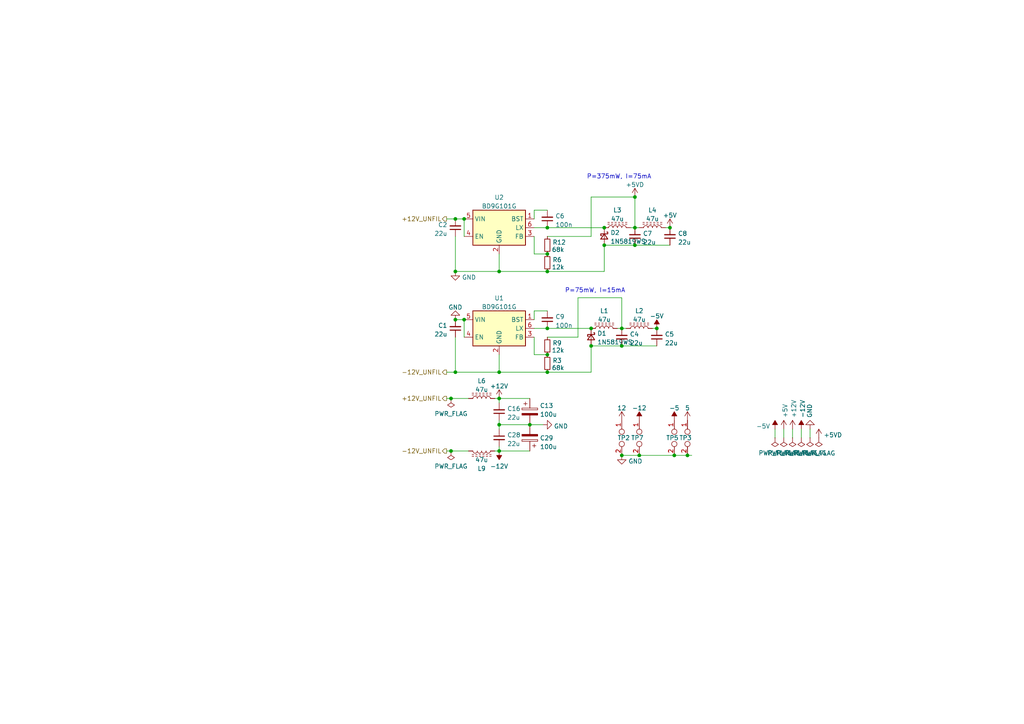
<source format=kicad_sch>
(kicad_sch (version 20211123) (generator eeschema)
  (paper "A4")
  (lib_symbols
    (symbol "Connector:TestPoint_2Pole" (pin_names (offset 0.762) hide)
      (property "Reference" "TP" (at 0 1.524 0))
      (property "Value" "TestPoint_2Pole" (at 0 -1.778 0))
      (symbol "TestPoint_2Pole_0_1"
        (circle (center -1.778 0) (radius 0.762))
        (circle (center 1.778 0) (radius 0.762))
        (pin passive line (at -5.08 0 0) (length 2.54) (name "1") (number "1"))
        (pin passive line (at 5.08 0 180) (length 2.54) (name "2") (number "2"))
      )
    )
    (symbol "Device:C_Polarized" (pin_numbers hide) (pin_names (offset 0.254))
      (property "Reference" "C" (at 0.635 2.54 0))
      (property "Value" "C_Polarized" (at 0.635 -2.54 0))
      (symbol "C_Polarized_0_1"
        (rectangle (start -2.286 0.508) (end 2.286 1.016))
        (polyline (pts (xy -1.778 2.286) (xy -0.762 2.286)))
        (polyline (pts (xy -1.27 2.794) (xy -1.27 1.778)))
        (rectangle (start 2.286 -0.508) (end -2.286 -1.016) (fill (type outline)))
      )
      (symbol "C_Polarized_1_1"
        (pin passive line (at 0 3.81 270) (length 2.794) (name "~") (number "1"))
        (pin passive line (at 0 -3.81 90) (length 2.794) (name "~") (number "2"))
      )
    )
    (symbol "Device:C_Small" (pin_numbers hide) (pin_names (offset 0.254) hide)
      (property "Reference" "C" (at 0.254 1.778 0))
      (property "Value" "C_Small" (at 0.254 -2.032 0))
      (symbol "C_Small_0_1"
        (polyline (pts (xy -1.524 -0.508) (xy 1.524 -0.508)) (stroke (width 0.3302)))
        (polyline (pts (xy -1.524 0.508) (xy 1.524 0.508)) (stroke (width 0.3048)))
      )
      (symbol "C_Small_1_1"
        (pin passive line (at 0 2.54 270) (length 2.032) (name "~") (number "1"))
        (pin passive line (at 0 -2.54 90) (length 2.032) (name "~") (number "2"))
      )
    )
    (symbol "Device:D_Schottky_Small" (pin_numbers hide) (pin_names (offset 0.254) hide)
      (property "Reference" "D" (at -1.27 2.032 0))
      (property "Value" "D_Schottky_Small" (at -7.112 -2.032 0))
      (symbol "D_Schottky_Small_0_1"
        (polyline (pts (xy -0.762 0) (xy 0.762 0)))
        (polyline (pts (xy 0.762 -1.016) (xy -0.762 0) (xy 0.762 1.016) (xy 0.762 -1.016)) (stroke (width 0.254)))
        (polyline (pts (xy -1.27 0.762) (xy -1.27 1.016) (xy -0.762 1.016) (xy -0.762 -1.016) (xy -0.254 -1.016) (xy -0.254 -0.762)) (stroke (width 0.254)))
      )
      (symbol "D_Schottky_Small_1_1"
        (pin passive line (at -2.54 0 0) (length 1.778) (name "K") (number "1"))
        (pin passive line (at 2.54 0 180) (length 1.778) (name "A") (number "2"))
      )
    )
    (symbol "Device:L_Ferrite" (pin_numbers hide) (pin_names (offset 1.016) hide)
      (property "Reference" "L" (at -1.27 0 90))
      (property "Value" "L_Ferrite" (at 2.794 0 90))
      (symbol "L_Ferrite_0_1"
        (arc (start 0 -2.54) (mid 0.635 -1.905) (end 0 -1.27))
        (arc (start 0 -1.27) (mid 0.635 -0.635) (end 0 0))
        (polyline (pts (xy 1.016 -2.794) (xy 1.016 -2.286)))
        (polyline (pts (xy 1.016 -1.778) (xy 1.016 -1.27)))
        (polyline (pts (xy 1.016 -0.762) (xy 1.016 -0.254)))
        (polyline (pts (xy 1.016 0.254) (xy 1.016 0.762)))
        (polyline (pts (xy 1.016 1.27) (xy 1.016 1.778)))
        (polyline (pts (xy 1.016 2.286) (xy 1.016 2.794)))
        (polyline (pts (xy 1.524 -2.286) (xy 1.524 -2.794)))
        (polyline (pts (xy 1.524 -1.27) (xy 1.524 -1.778)))
        (polyline (pts (xy 1.524 -0.254) (xy 1.524 -0.762)))
        (polyline (pts (xy 1.524 0.762) (xy 1.524 0.254)))
        (polyline (pts (xy 1.524 1.778) (xy 1.524 1.27)))
        (polyline (pts (xy 1.524 2.794) (xy 1.524 2.286)))
        (arc (start 0 0) (mid 0.635 0.635) (end 0 1.27))
        (arc (start 0 1.27) (mid 0.635 1.905) (end 0 2.54))
      )
      (symbol "L_Ferrite_1_1"
        (pin passive line (at 0 3.81 270) (length 1.27) (name "1") (number "1"))
        (pin passive line (at 0 -3.81 90) (length 1.27) (name "2") (number "2"))
      )
    )
    (symbol "Device:R_Small" (pin_numbers hide) (pin_names (offset 0.254) hide)
      (property "Reference" "R" (at 0.762 0.508 0))
      (property "Value" "R_Small" (at 0.762 -1.016 0))
      (symbol "R_Small_0_1"
        (rectangle (start -0.762 1.778) (end 0.762 -1.778) (stroke (width 0.2032)))
      )
      (symbol "R_Small_1_1"
        (pin passive line (at 0 2.54 270) (length 0.762) (name "~") (number "1"))
        (pin passive line (at 0 -2.54 90) (length 0.762) (name "~") (number "2"))
      )
    )
    (symbol "Regulator_Switching:AOZ1280CI"
      (property "Reference" "U" (at -6.35 -6.35 0))
      (property "Value" "AOZ1280CI" (at -2.54 6.35 0))
      (symbol "AOZ1280CI_0_1"
        (rectangle (start -7.62 5.08) (end 7.62 -5.08) (stroke (width 0.254)) (fill (type background)))
      )
      (symbol "AOZ1280CI_1_1"
        (pin input line (at 10.16 2.54 180) (length 2.54) (name "BST") (number "1"))
        (pin power_in line (at 0 -7.62 90) (length 2.54) (name "GND") (number "2"))
        (pin input line (at 10.16 -2.54 180) (length 2.54) (name "FB") (number "3"))
        (pin input line (at -10.16 -2.54 0) (length 2.54) (name "EN") (number "4"))
        (pin power_in line (at -10.16 2.54 0) (length 2.54) (name "VIN") (number "5"))
        (pin power_out line (at 10.16 0 180) (length 2.54) (name "LX") (number "6"))
      )
    )
    (symbol "power:+12V" (power) (pin_names (offset 0))
      (property "Value" "+12V" (at 0 3.556 0))
      (symbol "+12V_0_1"
        (polyline (pts (xy -0.762 1.27) (xy 0 2.54)))
        (polyline (pts (xy 0 0) (xy 0 2.54)))
        (polyline (pts (xy 0 2.54) (xy 0.762 1.27)))
      )
      (symbol "+12V_1_1"
        (pin power_in line (at 0 0 90) (length 0) hide (name "+12V") (number "1"))
      )
    )
    (symbol "power:+5V" (power) (pin_names (offset 0))
      (property "Value" "+5V" (at 0 3.556 0))
      (symbol "+5V_0_1"
        (polyline (pts (xy -0.762 1.27) (xy 0 2.54)))
        (polyline (pts (xy 0 0) (xy 0 2.54)))
        (polyline (pts (xy 0 2.54) (xy 0.762 1.27)))
      )
      (symbol "+5V_1_1"
        (pin power_in line (at 0 0 90) (length 0) hide (name "+5V") (number "1"))
      )
    )
    (symbol "power:+5VD" (power) (pin_names (offset 0))
      (property "Value" "+5VD" (at 0 3.556 0))
      (symbol "+5VD_0_1"
        (polyline (pts (xy -0.762 1.27) (xy 0 2.54)))
        (polyline (pts (xy 0 0) (xy 0 2.54)))
        (polyline (pts (xy 0 2.54) (xy 0.762 1.27)))
      )
      (symbol "+5VD_1_1"
        (pin power_in line (at 0 0 90) (length 0) hide (name "+5VD") (number "1"))
      )
    )
    (symbol "power:-12V" (power) (pin_names (offset 0))
      (property "Value" "-12V" (at 0 3.81 0))
      (symbol "-12V_0_0"
        (pin power_in line (at 0 0 90) (length 0) hide (name "-12V") (number "1"))
      )
      (symbol "-12V_0_1"
        (polyline (pts (xy 0 0) (xy 0 1.27) (xy 0.762 1.27) (xy 0 2.54) (xy -0.762 1.27) (xy 0 1.27)) (fill (type outline)))
      )
    )
    (symbol "power:-5V" (power) (pin_names (offset 0))
      (property "Value" "-5V" (at 0 3.81 0))
      (symbol "-5V_0_0"
        (pin power_in line (at 0 0 90) (length 0) hide (name "-5V") (number "1"))
      )
      (symbol "-5V_0_1"
        (polyline (pts (xy 0 0) (xy 0 1.27) (xy 0.762 1.27) (xy 0 2.54) (xy -0.762 1.27) (xy 0 1.27)) (fill (type outline)))
      )
    )
    (symbol "power:GND" (power) (pin_names (offset 0))
      (property "Value" "GND" (at 0 -3.81 0))
      (symbol "GND_0_1"
        (polyline (pts (xy 0 0) (xy 0 -1.27) (xy 1.27 -1.27) (xy 0 -2.54) (xy -1.27 -1.27) (xy 0 -1.27)))
      )
      (symbol "GND_1_1"
        (pin power_in line (at 0 0 270) (length 0) hide (name "GND") (number "1"))
      )
    )
    (symbol "power:PWR_FLAG" (power) (pin_numbers hide) (pin_names (offset 0) hide)
      (property "Value" "PWR_FLAG" (at 0 3.81 0))
      (symbol "PWR_FLAG_0_0"
        (pin power_out line (at 0 0 90) (length 0) (name "pwr") (number "1"))
      )
      (symbol "PWR_FLAG_0_1"
        (polyline (pts (xy 0 0) (xy 0 1.27) (xy -1.016 1.905) (xy 0 2.54) (xy 1.016 1.905) (xy 0 1.27)))
      )
    )
  )
  (junction (at 130.81 115.57))
  (junction (at 180.34 95.25))
  (junction (at 158.75 73.66))
  (junction (at 153.67 123.19))
  (junction (at 184.15 71.12))
  (junction (at 180.34 132.08))
  (junction (at 184.15 57.15))
  (junction (at 132.08 63.5))
  (junction (at 194.31 66.04))
  (junction (at 132.08 92.71))
  (junction (at 158.75 95.25))
  (junction (at 158.75 66.04))
  (junction (at 144.78 123.19))
  (junction (at 144.78 78.74))
  (junction (at 195.58 132.08))
  (junction (at 132.08 78.74))
  (junction (at 185.42 132.08))
  (junction (at 190.5 95.25))
  (junction (at 158.75 78.74))
  (junction (at 175.26 66.04))
  (junction (at 180.34 100.33))
  (junction (at 144.78 115.57))
  (junction (at 132.08 107.95))
  (junction (at 175.26 71.12))
  (junction (at 144.78 130.81))
  (junction (at 158.75 102.87))
  (junction (at 134.62 63.5))
  (junction (at 199.39 132.08))
  (junction (at 134.62 92.71))
  (junction (at 171.45 100.33))
  (junction (at 184.15 66.04))
  (junction (at 171.45 95.25))
  (junction (at 158.75 107.95))
  (junction (at 144.78 107.95))
  (junction (at 130.81 130.81))
  (wire (pts (xy 129.54 63.5) (xy 132.08 63.5)))
  (wire (pts (xy 154.94 95.25) (xy 158.75 95.25)))
  (wire (pts (xy 199.39 132.08) (xy 200.66 132.08)))
  (wire (pts (xy 184.15 66.04) (xy 182.88 66.04)))
  (wire (pts (xy 195.58 132.08) (xy 199.39 132.08)))
  (wire (pts (xy 171.45 100.33) (xy 180.34 100.33)))
  (wire (pts (xy 130.81 115.57) (xy 135.89 115.57)))
  (wire (pts (xy 171.45 57.15) (xy 171.45 68.58)))
  (wire (pts (xy 171.45 100.33) (xy 171.45 107.95)))
  (wire (pts (xy 144.78 107.95) (xy 158.75 107.95)))
  (wire (pts (xy 144.78 78.74) (xy 132.08 78.74)))
  (wire (pts (xy 129.54 115.57) (xy 130.81 115.57)))
  (wire (pts (xy 144.78 115.57) (xy 153.67 115.57)))
  (wire (pts (xy 130.81 130.81) (xy 135.89 130.81)))
  (wire (pts (xy 129.54 107.95) (xy 132.08 107.95)))
  (wire (pts (xy 158.75 97.79) (xy 167.64 97.79)))
  (wire (pts (xy 229.87 124.46) (xy 229.87 127)))
  (wire (pts (xy 144.78 121.92) (xy 144.78 123.19)))
  (wire (pts (xy 184.15 71.12) (xy 194.31 71.12)))
  (wire (pts (xy 185.42 66.04) (xy 184.15 66.04)))
  (wire (pts (xy 232.41 124.46) (xy 232.41 127)))
  (wire (pts (xy 132.08 97.79) (xy 132.08 107.95)))
  (wire (pts (xy 158.75 95.25) (xy 171.45 95.25)))
  (wire (pts (xy 227.33 124.46) (xy 227.33 127)))
  (wire (pts (xy 158.75 66.04) (xy 175.26 66.04)))
  (wire (pts (xy 194.31 66.04) (xy 193.04 66.04)))
  (wire (pts (xy 134.62 63.5) (xy 134.62 68.58)))
  (wire (pts (xy 175.26 71.12) (xy 184.15 71.12)))
  (wire (pts (xy 154.94 60.96) (xy 158.75 60.96)))
  (wire (pts (xy 180.34 132.08) (xy 185.42 132.08)))
  (wire (pts (xy 154.94 92.71) (xy 154.94 90.17)))
  (wire (pts (xy 158.75 107.95) (xy 171.45 107.95)))
  (wire (pts (xy 158.75 73.66) (xy 154.94 73.66)))
  (wire (pts (xy 143.51 130.81) (xy 144.78 130.81)))
  (wire (pts (xy 175.26 71.12) (xy 175.26 78.74)))
  (wire (pts (xy 134.62 92.71) (xy 134.62 97.79)))
  (wire (pts (xy 180.34 95.25) (xy 181.61 95.25)))
  (wire (pts (xy 167.64 97.79) (xy 167.64 86.36)))
  (wire (pts (xy 154.94 90.17) (xy 158.75 90.17)))
  (wire (pts (xy 144.78 73.66) (xy 144.78 78.74)))
  (wire (pts (xy 180.34 86.36) (xy 180.34 95.25)))
  (wire (pts (xy 180.34 100.33) (xy 190.5 100.33)))
  (wire (pts (xy 129.54 130.81) (xy 130.81 130.81)))
  (wire (pts (xy 224.79 124.46) (xy 224.79 127)))
  (wire (pts (xy 157.48 123.19) (xy 153.67 123.19)))
  (wire (pts (xy 144.78 78.74) (xy 158.75 78.74)))
  (wire (pts (xy 154.94 73.66) (xy 154.94 68.58)))
  (wire (pts (xy 184.15 57.15) (xy 184.15 66.04)))
  (wire (pts (xy 234.95 124.46) (xy 234.95 127)))
  (wire (pts (xy 144.78 130.81) (xy 153.67 130.81)))
  (wire (pts (xy 144.78 123.19) (xy 144.78 124.46)))
  (wire (pts (xy 132.08 78.74) (xy 132.08 68.58)))
  (wire (pts (xy 132.08 92.71) (xy 134.62 92.71)))
  (wire (pts (xy 144.78 102.87) (xy 144.78 107.95)))
  (wire (pts (xy 143.51 115.57) (xy 144.78 115.57)))
  (wire (pts (xy 144.78 129.54) (xy 144.78 130.81)))
  (wire (pts (xy 132.08 107.95) (xy 144.78 107.95)))
  (wire (pts (xy 144.78 116.84) (xy 144.78 115.57)))
  (wire (pts (xy 180.34 95.25) (xy 179.07 95.25)))
  (wire (pts (xy 171.45 57.15) (xy 184.15 57.15)))
  (wire (pts (xy 158.75 78.74) (xy 175.26 78.74)))
  (wire (pts (xy 158.75 68.58) (xy 171.45 68.58)))
  (wire (pts (xy 158.75 102.87) (xy 154.94 102.87)))
  (wire (pts (xy 153.67 123.19) (xy 144.78 123.19)))
  (wire (pts (xy 154.94 66.04) (xy 158.75 66.04)))
  (wire (pts (xy 185.42 132.08) (xy 195.58 132.08)))
  (wire (pts (xy 189.23 95.25) (xy 190.5 95.25)))
  (wire (pts (xy 167.64 86.36) (xy 180.34 86.36)))
  (wire (pts (xy 154.94 63.5) (xy 154.94 60.96)))
  (wire (pts (xy 132.08 63.5) (xy 134.62 63.5)))
  (wire (pts (xy 154.94 102.87) (xy 154.94 97.79)))
  (text "P=75mW, I=15mA" (at 163.83 85.09 0) (effects (font (size 1.27 1.27)) (justify left bottom)))
  (text "P=375mW, I=75mA" (at 170.18 52.07 0) (effects (font (size 1.27 1.27)) (justify left bottom)))
  (hierarchical_label "-12V_UNFIL" (shape output) (at 129.54 130.81 180))
  (hierarchical_label "+12V_UNFIL" (shape output) (at 129.54 63.5 180))
  (hierarchical_label "+12V_UNFIL" (shape output) (at 129.54 115.57 180))
  (hierarchical_label "-12V_UNFIL" (shape output) (at 129.54 107.95 180))
  (symbol (lib_id "power:-5V") (at 190.5 95.25 0) (unit 1)
    (property "Reference" "#PWR06" (effects hide))
    (property "Value" "-5V" (at 190.5 91.6742 0))
  )
  (symbol (lib_id "power:PWR_FLAG") (at 130.81 115.57 180) (unit 1)
    (property "Reference" "#FLG0108" (effects hide))
    (property "Value" "PWR_FLAG" (at 130.81 120.0134 0))
  )
  (symbol (lib_id "Device:D_Schottky_Small") (at 171.45 97.79 270) (unit 1)
    (property "Reference" "D1" (at 173.228 96.7013 90) (effects (justify left)))
    (property "Value" "1N5819WS" (at 173.228 99.2382 90) (effects (justify left)))
    (property "Footprint" "Diode_SMD:D_SOD-323" (effects hide))
    (property "Datasheet" "https://datasheet.lcsc.com/lcsc/2204281430_Guangdong-Hottech-1N5819WS_C191023.pdf" (effects hide))
    (property "AVL1" "any/open" (effects hide))
    (property "LCSC" "C191023" (effects hide))
  )
  (symbol (lib_id "Device:C_Small") (at 158.75 63.5 180) (unit 1)
    (property "Reference" "C6" (at 161.0741 62.6589 0) (effects (justify right)))
    (property "Value" "100n" (at 161.0741 65.1958 0) (effects (justify right)))
    (property "Footprint" "Capacitor_SMD:C_0603_1608Metric" (effects hide))
    (property "Description" "16V+" (effects hide))
    (property "AVL1" "any/open" (effects hide))
    (property "LCSC" "C57112" (effects hide))
  )
  (symbol (lib_id "power:PWR_FLAG") (at 229.87 127 180) (unit 1)
    (property "Reference" "#FLG0105" (effects hide))
    (property "Value" "PWR_FLAG" (at 229.87 131.3942 0))
  )
  (symbol (lib_id "Device:C_Polarized") (at 153.67 127 180) (unit 1)
    (property "Reference" "C29" (at 156.591 127.0543 0) (effects (justify right)))
    (property "Value" "100u" (at 156.591 129.5912 0) (effects (justify right)))
    (property "Footprint" "Capacitor_SMD:CP_Elec_6.3x5.4_Nichicon" (effects hide))
    (property "LCSC" "C111600" (effects hide))
    (property "AVL1" "Nichicon" (effects hide))
    (property "AVL1 P/N" "UWX1C101MCL1GB" (effects hide))
    (property "Description" "16V+" (effects hide))
  )
  (symbol (lib_id "power:+12V") (at 144.78 115.57 0) (unit 1)
    (property "Reference" "#PWR09" (effects hide))
    (property "Value" "+12V" (at 144.78 111.9942 0))
  )
  (symbol (lib_id "Device:C_Polarized") (at 153.67 119.38 0) (unit 1)
    (property "Reference" "C13" (at 156.591 117.6563 0) (effects (justify left)))
    (property "Value" "100u" (at 156.591 120.1932 0) (effects (justify left)))
    (property "Footprint" "Capacitor_SMD:CP_Elec_6.3x5.4_Nichicon" (effects hide))
    (property "LCSC" "C111600" (effects hide))
    (property "AVL1" "Nichicon" (effects hide))
    (property "AVL1 P/N" "UWX1C101MCL1GB" (effects hide))
    (property "Description" "16V+" (effects hide))
  )
  (symbol (lib_id "power:PWR_FLAG") (at 224.79 127 180) (unit 1)
    (property "Reference" "#FLG0101" (effects hide))
    (property "Value" "PWR_FLAG" (at 224.79 131.3942 0))
  )
  (symbol (lib_id "Device:L_Ferrite") (at 189.23 66.04 90) (unit 1)
    (property "Reference" "L4" (at 189.23 60.9432 90))
    (property "Value" "47u" (at 189.23 63.4801 90))
    (property "Footprint" "Inductor_SMD:L_Taiyo-Yuden_NR-50xx" (effects hide))
    (property "Description" "47uH+, 150mA+, R<500mohm" (effects hide))
    (property "LCSC" "C341038" (effects hide))
    (property "AVL1" "YJYCOIN" (effects hide))
    (property "AVL1 P/N" "YNR5040-470M" (effects hide))
    (property "AVL2" "any/open" (effects hide))
  )
  (symbol (lib_id "power:+12V") (at 180.34 121.92 0) (unit 1)
    (property "Reference" "#PWR010" (effects hide))
    (property "Value" "+12V" (at 180.34 118.3442 0))
    (property "Spice_Primitive" "V" (effects hide))
    (property "Spice_Model" "dc 12" (effects hide))
    (property "Spice_Netlist_Enabled" "Y" (effects hide))
  )
  (symbol (lib_id "Device:R_Small") (at 158.75 105.41 180) (unit 1)
    (property "Reference" "R3" (at 160.2486 104.5753 0) (effects (justify right)))
    (property "Value" "68k" (at 160.02 106.68 0) (effects (justify right)))
    (property "Footprint" "Resistor_SMD:R_0603_1608Metric" (effects hide))
    (property "AVL1" "any/open" (effects hide))
    (property "LCSC" "C23231" (effects hide))
  )
  (symbol (lib_id "Device:L_Ferrite") (at 185.42 95.25 90) (unit 1)
    (property "Reference" "L2" (at 185.42 90.1532 90))
    (property "Value" "47u" (at 185.42 92.6901 90))
    (property "Footprint" "Inductor_SMD:L_Taiyo-Yuden_NR-50xx" (effects hide))
    (property "Description" "47uH+, 150mA+, R<500mohm" (effects hide))
    (property "LCSC" "C341038" (effects hide))
    (property "AVL1" "YJYCOIN" (effects hide))
    (property "AVL1 P/N" "YNR5040-470M" (effects hide))
    (property "AVL2" "any/open" (effects hide))
  )
  (symbol (lib_id "power:+5V") (at 199.39 121.92 0) (unit 1)
    (property "Reference" "#PWR011" (effects hide))
    (property "Value" "+5V" (at 199.39 118.3442 0))
    (property "Spice_Primitive" "V" (effects hide))
    (property "Spice_Model" "dc 5" (effects hide))
    (property "Spice_Netlist_Enabled" "Y" (effects hide))
  )
  (symbol (lib_id "Device:R_Small") (at 158.75 71.12 180) (unit 1)
    (property "Reference" "R12" (at 160.2486 70.2853 0) (effects (justify right)))
    (property "Value" "68k" (at 160.02 72.39 0) (effects (justify right)))
    (property "Footprint" "Resistor_SMD:R_0603_1608Metric" (effects hide))
    (property "AVL1" "any/open" (effects hide))
    (property "LCSC" "C23231" (effects hide))
  )
  (symbol (lib_id "Regulator_Switching:AOZ1280CI") (at 144.78 95.25 0) (unit 1)
    (property "Reference" "U1" (at 144.78 86.4702 0))
    (property "Value" "BD9G101G" (at 144.78 89.0071 0))
    (property "Footprint" "Package_TO_SOT_SMD:SOT-23-6" (effects hide))
    (property "Datasheet" "http://aosmd.com/res/data_sheets/AOZ1280CI.pdf" (effects hide))
    (property "AVL1" "ROHM Semicon" (effects hide))
    (property "AVL1 P/N" "BD9G101G-TR" (effects hide))
    (property "LCSC" "C108761" (effects hide))
  )
  (symbol (lib_id "power:+12V") (at 229.87 124.46 0) (unit 1)
    (property "Reference" "#PWR0116" (effects hide))
    (property "Value" "+12V" (at 230.251 121.2088 90) (effects (justify left)))
  )
  (symbol (lib_id "Device:C_Small") (at 132.08 95.25 0) (mirror x) (unit 1)
    (property "Reference" "C1" (at 129.756 94.4089 0) (effects (justify right)))
    (property "Value" "22u" (at 129.756 96.9458 0) (effects (justify right)))
    (property "Footprint" "Capacitor_SMD:C_1210_3225Metric" (effects hide))
    (property "Description" "16V+" (effects hide))
    (property "AVL1" "any/open" (effects hide))
    (property "AVL2" "Samsung" (effects hide))
    (property "AVL2 P/N" "CL31A226KAHNNNE" (effects hide))
    (property "LCSC" "C12891" (effects hide))
  )
  (symbol (lib_id "Regulator_Switching:AOZ1280CI") (at 144.78 66.04 0) (unit 1)
    (property "Reference" "U2" (at 144.78 57.2602 0))
    (property "Value" "BD9G101G" (at 144.78 59.7971 0))
    (property "Footprint" "Package_TO_SOT_SMD:SOT-23-6" (effects hide))
    (property "Datasheet" "http://aosmd.com/res/data_sheets/AOZ1280CI.pdf" (effects hide))
    (property "AVL1" "ROHM Semicon" (effects hide))
    (property "AVL1 P/N" "BD9G101G-TR" (effects hide))
    (property "LCSC" "C108761" (effects hide))
  )
  (symbol (lib_id "Connector:TestPoint_2Pole") (at 185.42 127 270) (unit 1)
    (property "Reference" "TP7" (at 186.69 127 90) (effects (justify right)))
    (property "Value" "TestPoint_2Pole" (effects hide))
    (property "Footprint" "Module:TestPoint_2Pads_Pitch2.54mm_Drill1mm" (effects hide))
  )
  (symbol (lib_id "power:GND") (at 132.08 78.74 0) (unit 1)
    (property "Reference" "#PWR04" (effects hide))
    (property "Value" "GND" (at 133.985 80.4438 0) (effects (justify left)))
  )
  (symbol (lib_id "power:-5V") (at 195.58 121.92 0) (unit 1)
    (property "Reference" "#PWR013" (effects hide))
    (property "Value" "-5V" (at 195.58 118.3442 0))
    (property "Spice_Primitive" "V" (effects hide))
    (property "Spice_Model" "dc -5" (effects hide))
    (property "Spice_Netlist_Enabled" "Y" (effects hide))
  )
  (symbol (lib_id "Connector:TestPoint_2Pole") (at 180.34 127 270) (unit 1)
    (property "Reference" "TP2" (at 179.07 127 90) (effects (justify left)))
    (property "Value" "TestPoint_2Pole" (effects hide))
    (property "Footprint" "Module:TestPoint_2Pads_Pitch2.54mm_Drill1mm" (effects hide))
  )
  (symbol (lib_id "Device:L_Ferrite") (at 139.7 130.81 90) (mirror x) (unit 1)
    (property "Reference" "L9" (at 139.7 135.9068 90))
    (property "Value" "47u" (at 139.7 133.3699 90))
    (property "Footprint" "Inductor_SMD:L_Taiyo-Yuden_NR-50xx" (effects hide))
    (property "Description" "47uH+, 150mA+, R<500mohm" (effects hide))
    (property "LCSC" "C341038" (effects hide))
    (property "AVL1" "YJYCOIN" (effects hide))
    (property "AVL1 P/N" "YNR5040-470M" (effects hide))
    (property "AVL2" "any/open" (effects hide))
  )
  (symbol (lib_id "power:PWR_FLAG") (at 237.49 127 180) (unit 1)
    (property "Reference" "#FLG0107" (effects hide))
    (property "Value" "PWR_FLAG" (at 237.49 131.4434 0))
  )
  (symbol (lib_id "Device:C_Small") (at 184.15 68.58 180) (unit 1)
    (property "Reference" "C7" (at 186.4741 67.7389 0) (effects (justify right)))
    (property "Value" "22u" (at 186.4741 70.2758 0) (effects (justify right)))
    (property "Footprint" "Capacitor_SMD:C_1210_3225Metric" (effects hide))
    (property "Description" "16V+" (effects hide))
    (property "AVL1" "any/open" (effects hide))
    (property "AVL2" "Samsung" (effects hide))
    (property "AVL2 P/N" "CL31A226KAHNNNE" (effects hide))
    (property "LCSC" "C12891" (effects hide))
  )
  (symbol (lib_id "power:-12V") (at 144.78 130.81 180) (unit 1)
    (property "Reference" "#PWR015" (effects hide))
    (property "Value" "-12V" (at 144.78 135.2534 0))
  )
  (symbol (lib_id "power:GND") (at 180.34 132.08 0) (unit 1)
    (property "Reference" "#PWR016" (effects hide))
    (property "Value" "GND" (at 182.245 133.7838 0) (effects (justify left)))
  )
  (symbol (lib_id "Device:R_Small") (at 158.75 76.2 180) (unit 1)
    (property "Reference" "R6" (at 160.2486 75.3653 0) (effects (justify right)))
    (property "Value" "12k" (at 160.02 77.47 0) (effects (justify right)))
    (property "Footprint" "Resistor_SMD:R_0603_1608Metric" (effects hide))
    (property "AVL1" "any/open" (effects hide))
    (property "LCSC" "C22790" (effects hide))
  )
  (symbol (lib_id "Device:R_Small") (at 158.75 100.33 180) (unit 1)
    (property "Reference" "R9" (at 160.2486 99.4953 0) (effects (justify right)))
    (property "Value" "12k" (at 160.02 101.6 0) (effects (justify right)))
    (property "Footprint" "Resistor_SMD:R_0603_1608Metric" (effects hide))
    (property "AVL1" "any/open" (effects hide))
    (property "LCSC" "C22790" (effects hide))
  )
  (symbol (lib_id "Device:C_Small") (at 180.34 97.79 180) (unit 1)
    (property "Reference" "C4" (at 182.6641 96.9489 0) (effects (justify right)))
    (property "Value" "22u" (at 182.6641 99.4858 0) (effects (justify right)))
    (property "Footprint" "Capacitor_SMD:C_1210_3225Metric" (effects hide))
    (property "Description" "16V+" (effects hide))
    (property "AVL1" "any/open" (effects hide))
    (property "AVL2" "Samsung" (effects hide))
    (property "AVL2 P/N" "CL31A226KAHNNNE" (effects hide))
    (property "LCSC" "C12891" (effects hide))
  )
  (symbol (lib_id "power:-12V") (at 232.41 124.46 0) (unit 1)
    (property "Reference" "#PWR0115" (effects hide))
    (property "Value" "-12V" (at 232.791 121.2088 90) (effects (justify left)))
  )
  (symbol (lib_id "Device:C_Small") (at 194.31 68.58 180) (unit 1)
    (property "Reference" "C8" (at 196.6341 67.7389 0) (effects (justify right)))
    (property "Value" "22u" (at 196.6341 70.2758 0) (effects (justify right)))
    (property "Footprint" "Capacitor_SMD:C_1210_3225Metric" (effects hide))
    (property "Description" "16V+" (effects hide))
    (property "AVL1" "any/open" (effects hide))
    (property "AVL2" "Samsung" (effects hide))
    (property "AVL2 P/N" "CL31A226KAHNNNE" (effects hide))
    (property "LCSC" "C12891" (effects hide))
  )
  (symbol (lib_id "power:PWR_FLAG") (at 234.95 127 180) (unit 1)
    (property "Reference" "#FLG0104" (effects hide))
    (property "Value" "PWR_FLAG" (at 234.95 131.3942 0))
  )
  (symbol (lib_id "power:+5VD") (at 237.49 127 0) (unit 1)
    (property "Reference" "#PWR0106" (effects hide))
    (property "Value" "+5VD" (at 238.887 126.1638 0) (effects (justify left)))
  )
  (symbol (lib_id "Device:D_Schottky_Small") (at 175.26 68.58 270) (unit 1)
    (property "Reference" "D2" (at 177.038 67.4913 90) (effects (justify left)))
    (property "Value" "1N5819WS" (at 177.038 70.0282 90) (effects (justify left)))
    (property "Footprint" "Diode_SMD:D_SOD-323" (effects hide))
    (property "Datasheet" "https://datasheet.lcsc.com/lcsc/2204281430_Guangdong-Hottech-1N5819WS_C191023.pdf" (effects hide))
    (property "AVL1" "any/open" (effects hide))
    (property "LCSC" "C191023" (effects hide))
  )
  (symbol (lib_id "power:GND") (at 157.48 123.19 90) (unit 1)
    (property "Reference" "#PWR014" (effects hide))
    (property "Value" "GND" (at 160.655 123.6238 90) (effects (justify right)))
  )
  (symbol (lib_id "power:PWR_FLAG") (at 130.81 130.81 180) (unit 1)
    (property "Reference" "#FLG0109" (effects hide))
    (property "Value" "PWR_FLAG" (at 130.81 135.2534 0))
  )
  (symbol (lib_id "power:-12V") (at 185.42 121.92 0) (unit 1)
    (property "Reference" "#PWR012" (effects hide))
    (property "Value" "-12V" (at 185.42 118.3442 0))
    (property "Spice_Primitive" "V" (effects hide))
    (property "Spice_Model" "dc -12" (effects hide))
    (property "Spice_Netlist_Enabled" "Y" (effects hide))
  )
  (symbol (lib_id "Device:C_Small") (at 132.08 66.04 0) (mirror x) (unit 1)
    (property "Reference" "C2" (at 129.756 65.1989 0) (effects (justify right)))
    (property "Value" "22u" (at 129.756 67.7358 0) (effects (justify right)))
    (property "Footprint" "Capacitor_SMD:C_1210_3225Metric" (effects hide))
    (property "Description" "16V+" (effects hide))
    (property "AVL1" "any/open" (effects hide))
    (property "AVL2" "Samsung" (effects hide))
    (property "AVL2 P/N" "CL31A226KAHNNNE" (effects hide))
    (property "LCSC" "C12891" (effects hide))
  )
  (symbol (lib_id "power:-5V") (at 224.79 124.46 0) (unit 1)
    (property "Reference" "#PWR0112" (effects hide))
    (property "Value" "-5V" (at 223.3931 123.6238 0) (effects (justify right)))
  )
  (symbol (lib_id "power:PWR_FLAG") (at 227.33 127 180) (unit 1)
    (property "Reference" "#FLG0103" (effects hide))
    (property "Value" "PWR_FLAG" (at 227.33 131.3942 0))
  )
  (symbol (lib_id "Device:C_Small") (at 190.5 97.79 180) (unit 1)
    (property "Reference" "C5" (at 192.8241 96.9489 0) (effects (justify right)))
    (property "Value" "22u" (at 192.8241 99.4858 0) (effects (justify right)))
    (property "Footprint" "Capacitor_SMD:C_1210_3225Metric" (effects hide))
    (property "Description" "16V+" (effects hide))
    (property "AVL1" "any/open" (effects hide))
    (property "AVL2" "Samsung" (effects hide))
    (property "AVL2 P/N" "CL31A226KAHNNNE" (effects hide))
    (property "LCSC" "C12891" (effects hide))
  )
  (symbol (lib_id "power:GND") (at 234.95 124.46 180) (unit 1)
    (property "Reference" "#PWR0114" (effects hide))
    (property "Value" "GND" (at 234.823 121.2088 90) (effects (justify right)))
  )
  (symbol (lib_id "Device:L_Ferrite") (at 179.07 66.04 90) (unit 1)
    (property "Reference" "L3" (at 179.07 60.9432 90))
    (property "Value" "47u" (at 179.07 63.4801 90))
    (property "Footprint" "Inductor_SMD:L_Taiyo-Yuden_NR-50xx" (effects hide))
    (property "Description" "47uH+, 150mA+, R<500mohm" (effects hide))
    (property "LCSC" "C341038" (effects hide))
    (property "AVL1" "YJYCOIN" (effects hide))
    (property "AVL1 P/N" "YNR5040-470M" (effects hide))
    (property "AVL2" "any/open" (effects hide))
  )
  (symbol (lib_id "Connector:TestPoint_2Pole") (at 195.58 127 270) (unit 1)
    (property "Reference" "TP5" (at 196.85 127 90) (effects (justify right)))
    (property "Value" "TestPoint_2Pole" (effects hide))
    (property "Footprint" "Module:TestPoint_2Pads_Pitch2.54mm_Drill1mm" (effects hide))
  )
  (symbol (lib_id "power:+5V") (at 194.31 66.04 0) (unit 1)
    (property "Reference" "#PWR03" (effects hide))
    (property "Value" "+5V" (at 194.31 62.4642 0))
  )
  (symbol (lib_id "Device:C_Small") (at 144.78 119.38 180) (unit 1)
    (property "Reference" "C16" (at 147.1041 118.5389 0) (effects (justify right)))
    (property "Value" "22u" (at 147.1041 121.0758 0) (effects (justify right)))
    (property "Footprint" "Capacitor_SMD:C_1210_3225Metric" (effects hide))
    (property "Description" "16V+" (effects hide))
    (property "AVL1" "any/open" (effects hide))
    (property "AVL2" "Samsung" (effects hide))
    (property "AVL2 P/N" "CL31A226KAHNNNE" (effects hide))
    (property "LCSC" "C12891" (effects hide))
  )
  (symbol (lib_id "power:+5VD") (at 184.15 57.15 0) (unit 1)
    (property "Reference" "#PWR01" (effects hide))
    (property "Value" "+5VD" (at 184.15 53.5742 0))
  )
  (symbol (lib_id "Connector:TestPoint_2Pole") (at 199.39 127 270) (unit 1)
    (property "Reference" "TP3" (at 200.66 127 90) (effects (justify right)))
    (property "Value" "TestPoint_2Pole" (effects hide))
    (property "Footprint" "Module:TestPoint_2Pads_Pitch2.54mm_Drill1mm" (effects hide))
  )
  (symbol (lib_id "Device:C_Small") (at 144.78 127 0) (mirror y) (unit 1)
    (property "Reference" "C28" (at 147.1041 126.1716 0) (effects (justify right)))
    (property "Value" "22u" (at 147.1041 128.7085 0) (effects (justify right)))
    (property "Footprint" "Capacitor_SMD:C_1210_3225Metric" (effects hide))
    (property "Description" "16V+" (effects hide))
    (property "AVL1" "any/open" (effects hide))
    (property "AVL2" "Samsung" (effects hide))
    (property "AVL2 P/N" "CL31A226KAHNNNE" (effects hide))
    (property "LCSC" "C12891" (effects hide))
  )
  (symbol (lib_id "power:GND") (at 132.08 92.71 180) (unit 1)
    (property "Reference" "#PWR05" (effects hide))
    (property "Value" "GND" (at 132.08 89.1342 0))
  )
  (symbol (lib_id "power:+5V") (at 227.33 124.46 0) (unit 1)
    (property "Reference" "#PWR0113" (effects hide))
    (property "Value" "+5V" (at 227.711 121.2088 90) (effects (justify left)))
  )
  (symbol (lib_id "Device:C_Small") (at 158.75 92.71 180) (unit 1)
    (property "Reference" "C9" (at 161.0741 91.8689 0) (effects (justify right)))
    (property "Value" "100n" (at 161.0741 94.4058 0) (effects (justify right)))
    (property "Footprint" "Capacitor_SMD:C_0603_1608Metric" (effects hide))
    (property "Description" "16V+" (effects hide))
    (property "AVL1" "any/open" (effects hide))
    (property "LCSC" "C57112" (effects hide))
  )
  (symbol (lib_id "Device:L_Ferrite") (at 175.26 95.25 90) (unit 1)
    (property "Reference" "L1" (at 175.26 90.1532 90))
    (property "Value" "47u" (at 175.26 92.6901 90))
    (property "Footprint" "Inductor_SMD:L_Taiyo-Yuden_NR-50xx" (effects hide))
    (property "Description" "47uH+, 150mA+, R<500mohm" (effects hide))
    (property "LCSC" "C341038" (effects hide))
    (property "AVL1" "YJYCOIN" (effects hide))
    (property "AVL1 P/N" "YNR5040-470M" (effects hide))
    (property "AVL2" "any/open" (effects hide))
  )
  (symbol (lib_id "power:PWR_FLAG") (at 232.41 127 180) (unit 1)
    (property "Reference" "#FLG0102" (effects hide))
    (property "Value" "PWR_FLAG" (at 232.41 131.3942 0))
  )
  (symbol (lib_id "Device:L_Ferrite") (at 139.7 115.57 90) (unit 1)
    (property "Reference" "L6" (at 139.7 110.4732 90))
    (property "Value" "47u" (at 139.7 113.0101 90))
    (property "Footprint" "Inductor_SMD:L_Taiyo-Yuden_NR-50xx" (effects hide))
    (property "Description" "47uH+, 150mA+, R<500mohm" (effects hide))
    (property "LCSC" "C341038" (effects hide))
    (property "AVL1" "YJYCOIN" (effects hide))
    (property "AVL1 P/N" "YNR5040-470M" (effects hide))
    (property "AVL2" "any/open" (effects hide))
  )
)
</source>
